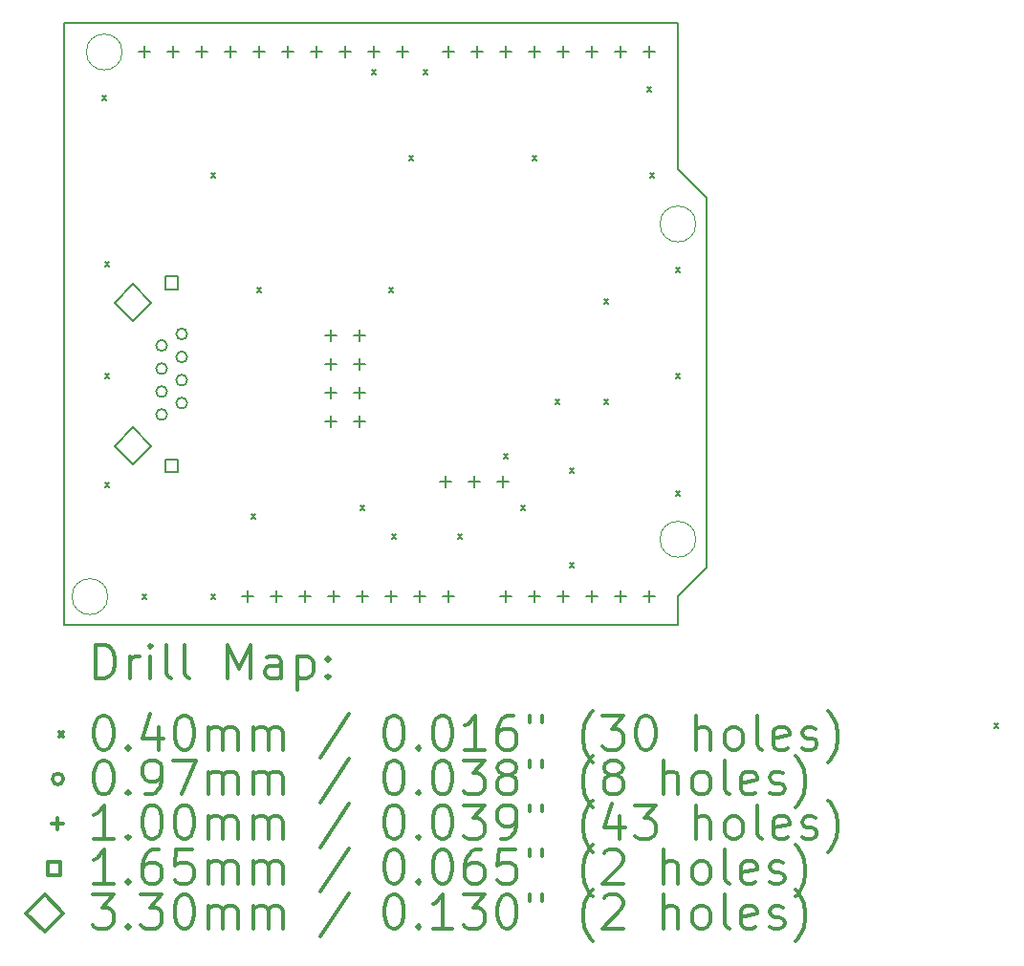
<source format=gbr>
%FSLAX45Y45*%
G04 Gerber Fmt 4.5, Leading zero omitted, Abs format (unit mm)*
G04 Created by KiCad (PCBNEW (5.1.6-0-10_14)) date 2022-12-11 12:23:31*
%MOMM*%
%LPD*%
G01*
G04 APERTURE LIST*
%TA.AperFunction,Profile*%
%ADD10C,0.050000*%
%TD*%
%TA.AperFunction,Profile*%
%ADD11C,0.127000*%
%TD*%
%ADD12C,0.200000*%
%ADD13C,0.300000*%
G04 APERTURE END LIST*
D10*
X11842750Y-10160000D02*
G75*
G03*
X11842750Y-10160000I-158750J0D01*
G01*
X16922750Y-14478000D02*
G75*
G03*
X16922750Y-14478000I-158750J0D01*
G01*
X11715750Y-14986000D02*
G75*
G03*
X11715750Y-14986000I-158750J0D01*
G01*
X16922750Y-11684000D02*
G75*
G03*
X16922750Y-11684000I-158750J0D01*
G01*
D11*
X16764000Y-15240000D02*
X16764000Y-14986000D01*
X17018000Y-14732000D02*
X16764000Y-14986000D01*
X17018000Y-14732000D02*
X17018000Y-11455400D01*
X16764000Y-11201400D02*
X17018000Y-11455400D01*
X16764000Y-11201400D02*
X16764000Y-9906000D01*
X11328400Y-9906000D02*
X16764000Y-9906000D01*
X11328400Y-15240000D02*
X16764000Y-15240000D01*
X11328400Y-15240000D02*
X11328400Y-9906000D01*
D12*
X11664000Y-10546400D02*
X11704000Y-10586400D01*
X11704000Y-10546400D02*
X11664000Y-10586400D01*
X11689400Y-12019600D02*
X11729400Y-12059600D01*
X11729400Y-12019600D02*
X11689400Y-12059600D01*
X11689400Y-13010200D02*
X11729400Y-13050200D01*
X11729400Y-13010200D02*
X11689400Y-13050200D01*
X11689400Y-13975400D02*
X11729400Y-14015400D01*
X11729400Y-13975400D02*
X11689400Y-14015400D01*
X12019600Y-14966000D02*
X12059600Y-15006000D01*
X12059600Y-14966000D02*
X12019600Y-15006000D01*
X12629200Y-11232200D02*
X12669200Y-11272200D01*
X12669200Y-11232200D02*
X12629200Y-11272200D01*
X12629200Y-14966000D02*
X12669200Y-15006000D01*
X12669200Y-14966000D02*
X12629200Y-15006000D01*
X12984800Y-14254800D02*
X13024800Y-14294800D01*
X13024800Y-14254800D02*
X12984800Y-14294800D01*
X13035600Y-12248200D02*
X13075600Y-12288200D01*
X13075600Y-12248200D02*
X13035600Y-12288200D01*
X13950000Y-14178600D02*
X13990000Y-14218600D01*
X13990000Y-14178600D02*
X13950000Y-14218600D01*
X14051600Y-10317800D02*
X14091600Y-10357800D01*
X14091600Y-10317800D02*
X14051600Y-10357800D01*
X14204000Y-12248200D02*
X14244000Y-12288200D01*
X14244000Y-12248200D02*
X14204000Y-12288200D01*
X14229400Y-14432600D02*
X14269400Y-14472600D01*
X14269400Y-14432600D02*
X14229400Y-14472600D01*
X14381800Y-11079800D02*
X14421800Y-11119800D01*
X14421800Y-11079800D02*
X14381800Y-11119800D01*
X14508800Y-10317800D02*
X14548800Y-10357800D01*
X14548800Y-10317800D02*
X14508800Y-10357800D01*
X14813600Y-14432600D02*
X14853600Y-14472600D01*
X14853600Y-14432600D02*
X14813600Y-14472600D01*
X15220000Y-13721400D02*
X15260000Y-13761400D01*
X15260000Y-13721400D02*
X15220000Y-13761400D01*
X15372400Y-14178600D02*
X15412400Y-14218600D01*
X15412400Y-14178600D02*
X15372400Y-14218600D01*
X15474000Y-11079800D02*
X15514000Y-11119800D01*
X15514000Y-11079800D02*
X15474000Y-11119800D01*
X15677200Y-13238800D02*
X15717200Y-13278800D01*
X15717200Y-13238800D02*
X15677200Y-13278800D01*
X15804200Y-13848400D02*
X15844200Y-13888400D01*
X15844200Y-13848400D02*
X15804200Y-13888400D01*
X15804200Y-14686600D02*
X15844200Y-14726600D01*
X15844200Y-14686600D02*
X15804200Y-14726600D01*
X16109000Y-12349800D02*
X16149000Y-12389800D01*
X16149000Y-12349800D02*
X16109000Y-12389800D01*
X16109000Y-13238800D02*
X16149000Y-13278800D01*
X16149000Y-13238800D02*
X16109000Y-13278800D01*
X16490000Y-10470200D02*
X16530000Y-10510200D01*
X16530000Y-10470200D02*
X16490000Y-10510200D01*
X16515400Y-11232200D02*
X16555400Y-11272200D01*
X16555400Y-11232200D02*
X16515400Y-11272200D01*
X16744000Y-12070400D02*
X16784000Y-12110400D01*
X16784000Y-12070400D02*
X16744000Y-12110400D01*
X16744000Y-13010200D02*
X16784000Y-13050200D01*
X16784000Y-13010200D02*
X16744000Y-13050200D01*
X16744000Y-14051600D02*
X16784000Y-14091600D01*
X16784000Y-14051600D02*
X16744000Y-14091600D01*
X19563400Y-16109000D02*
X19603400Y-16149000D01*
X19603400Y-16109000D02*
X19563400Y-16149000D01*
X12240500Y-12761100D02*
G75*
G03*
X12240500Y-12761100I-48500J0D01*
G01*
X12240500Y-12965100D02*
G75*
G03*
X12240500Y-12965100I-48500J0D01*
G01*
X12240500Y-13169100D02*
G75*
G03*
X12240500Y-13169100I-48500J0D01*
G01*
X12240500Y-13373100D02*
G75*
G03*
X12240500Y-13373100I-48500J0D01*
G01*
X12418500Y-12659100D02*
G75*
G03*
X12418500Y-12659100I-48500J0D01*
G01*
X12418500Y-12863100D02*
G75*
G03*
X12418500Y-12863100I-48500J0D01*
G01*
X12418500Y-13067100D02*
G75*
G03*
X12418500Y-13067100I-48500J0D01*
G01*
X12418500Y-13271100D02*
G75*
G03*
X12418500Y-13271100I-48500J0D01*
G01*
X12039600Y-10110000D02*
X12039600Y-10210000D01*
X11989600Y-10160000D02*
X12089600Y-10160000D01*
X12293600Y-10110000D02*
X12293600Y-10210000D01*
X12243600Y-10160000D02*
X12343600Y-10160000D01*
X12547600Y-10110000D02*
X12547600Y-10210000D01*
X12497600Y-10160000D02*
X12597600Y-10160000D01*
X12801600Y-10110000D02*
X12801600Y-10210000D01*
X12751600Y-10160000D02*
X12851600Y-10160000D01*
X13055600Y-10110000D02*
X13055600Y-10210000D01*
X13005600Y-10160000D02*
X13105600Y-10160000D01*
X13309600Y-10110000D02*
X13309600Y-10210000D01*
X13259600Y-10160000D02*
X13359600Y-10160000D01*
X13563600Y-10110000D02*
X13563600Y-10210000D01*
X13513600Y-10160000D02*
X13613600Y-10160000D01*
X13817600Y-10110000D02*
X13817600Y-10210000D01*
X13767600Y-10160000D02*
X13867600Y-10160000D01*
X14071600Y-10110000D02*
X14071600Y-10210000D01*
X14021600Y-10160000D02*
X14121600Y-10160000D01*
X14325600Y-10110000D02*
X14325600Y-10210000D01*
X14275600Y-10160000D02*
X14375600Y-10160000D01*
X13690600Y-12624600D02*
X13690600Y-12724600D01*
X13640600Y-12674600D02*
X13740600Y-12674600D01*
X13690600Y-12878600D02*
X13690600Y-12978600D01*
X13640600Y-12928600D02*
X13740600Y-12928600D01*
X13690600Y-13132600D02*
X13690600Y-13232600D01*
X13640600Y-13182600D02*
X13740600Y-13182600D01*
X13690600Y-13386600D02*
X13690600Y-13486600D01*
X13640600Y-13436600D02*
X13740600Y-13436600D01*
X13944600Y-12624600D02*
X13944600Y-12724600D01*
X13894600Y-12674600D02*
X13994600Y-12674600D01*
X13944600Y-12878600D02*
X13944600Y-12978600D01*
X13894600Y-12928600D02*
X13994600Y-12928600D01*
X13944600Y-13132600D02*
X13944600Y-13232600D01*
X13894600Y-13182600D02*
X13994600Y-13182600D01*
X13944600Y-13386600D02*
X13944600Y-13486600D01*
X13894600Y-13436600D02*
X13994600Y-13436600D01*
X15240000Y-14936000D02*
X15240000Y-15036000D01*
X15190000Y-14986000D02*
X15290000Y-14986000D01*
X15494000Y-14936000D02*
X15494000Y-15036000D01*
X15444000Y-14986000D02*
X15544000Y-14986000D01*
X15748000Y-14936000D02*
X15748000Y-15036000D01*
X15698000Y-14986000D02*
X15798000Y-14986000D01*
X16002000Y-14936000D02*
X16002000Y-15036000D01*
X15952000Y-14986000D02*
X16052000Y-14986000D01*
X16256000Y-14936000D02*
X16256000Y-15036000D01*
X16206000Y-14986000D02*
X16306000Y-14986000D01*
X16510000Y-14936000D02*
X16510000Y-15036000D01*
X16460000Y-14986000D02*
X16560000Y-14986000D01*
X14706600Y-13920000D02*
X14706600Y-14020000D01*
X14656600Y-13970000D02*
X14756600Y-13970000D01*
X14960600Y-13920000D02*
X14960600Y-14020000D01*
X14910600Y-13970000D02*
X15010600Y-13970000D01*
X15214600Y-13920000D02*
X15214600Y-14020000D01*
X15164600Y-13970000D02*
X15264600Y-13970000D01*
X12954000Y-14936000D02*
X12954000Y-15036000D01*
X12904000Y-14986000D02*
X13004000Y-14986000D01*
X13208000Y-14936000D02*
X13208000Y-15036000D01*
X13158000Y-14986000D02*
X13258000Y-14986000D01*
X13462000Y-14936000D02*
X13462000Y-15036000D01*
X13412000Y-14986000D02*
X13512000Y-14986000D01*
X13716000Y-14936000D02*
X13716000Y-15036000D01*
X13666000Y-14986000D02*
X13766000Y-14986000D01*
X13970000Y-14936000D02*
X13970000Y-15036000D01*
X13920000Y-14986000D02*
X14020000Y-14986000D01*
X14224000Y-14936000D02*
X14224000Y-15036000D01*
X14174000Y-14986000D02*
X14274000Y-14986000D01*
X14478000Y-14936000D02*
X14478000Y-15036000D01*
X14428000Y-14986000D02*
X14528000Y-14986000D01*
X14732000Y-14936000D02*
X14732000Y-15036000D01*
X14682000Y-14986000D02*
X14782000Y-14986000D01*
X14732000Y-10110000D02*
X14732000Y-10210000D01*
X14682000Y-10160000D02*
X14782000Y-10160000D01*
X14986000Y-10110000D02*
X14986000Y-10210000D01*
X14936000Y-10160000D02*
X15036000Y-10160000D01*
X15240000Y-10110000D02*
X15240000Y-10210000D01*
X15190000Y-10160000D02*
X15290000Y-10160000D01*
X15494000Y-10110000D02*
X15494000Y-10210000D01*
X15444000Y-10160000D02*
X15544000Y-10160000D01*
X15748000Y-10110000D02*
X15748000Y-10210000D01*
X15698000Y-10160000D02*
X15798000Y-10160000D01*
X16002000Y-10110000D02*
X16002000Y-10210000D01*
X15952000Y-10160000D02*
X16052000Y-10160000D01*
X16256000Y-10110000D02*
X16256000Y-10210000D01*
X16206000Y-10160000D02*
X16306000Y-10160000D01*
X16510000Y-10110000D02*
X16510000Y-10210000D01*
X16460000Y-10160000D02*
X16560000Y-10160000D01*
X12339337Y-12265437D02*
X12339337Y-12148763D01*
X12222663Y-12148763D01*
X12222663Y-12265437D01*
X12339337Y-12265437D01*
X12339337Y-13885437D02*
X12339337Y-13768763D01*
X12222663Y-13768763D01*
X12222663Y-13885437D01*
X12339337Y-13885437D01*
X11938000Y-12547100D02*
X12103000Y-12382100D01*
X11938000Y-12217100D01*
X11773000Y-12382100D01*
X11938000Y-12547100D01*
X11938000Y-13817100D02*
X12103000Y-13652100D01*
X11938000Y-13487100D01*
X11773000Y-13652100D01*
X11938000Y-13817100D01*
D13*
X11608478Y-15712064D02*
X11608478Y-15412064D01*
X11679907Y-15412064D01*
X11722764Y-15426350D01*
X11751336Y-15454921D01*
X11765621Y-15483493D01*
X11779907Y-15540636D01*
X11779907Y-15583493D01*
X11765621Y-15640636D01*
X11751336Y-15669207D01*
X11722764Y-15697779D01*
X11679907Y-15712064D01*
X11608478Y-15712064D01*
X11908478Y-15712064D02*
X11908478Y-15512064D01*
X11908478Y-15569207D02*
X11922764Y-15540636D01*
X11937050Y-15526350D01*
X11965621Y-15512064D01*
X11994193Y-15512064D01*
X12094193Y-15712064D02*
X12094193Y-15512064D01*
X12094193Y-15412064D02*
X12079907Y-15426350D01*
X12094193Y-15440636D01*
X12108478Y-15426350D01*
X12094193Y-15412064D01*
X12094193Y-15440636D01*
X12279907Y-15712064D02*
X12251336Y-15697779D01*
X12237050Y-15669207D01*
X12237050Y-15412064D01*
X12437050Y-15712064D02*
X12408478Y-15697779D01*
X12394193Y-15669207D01*
X12394193Y-15412064D01*
X12779907Y-15712064D02*
X12779907Y-15412064D01*
X12879907Y-15626350D01*
X12979907Y-15412064D01*
X12979907Y-15712064D01*
X13251336Y-15712064D02*
X13251336Y-15554921D01*
X13237050Y-15526350D01*
X13208478Y-15512064D01*
X13151336Y-15512064D01*
X13122764Y-15526350D01*
X13251336Y-15697779D02*
X13222764Y-15712064D01*
X13151336Y-15712064D01*
X13122764Y-15697779D01*
X13108478Y-15669207D01*
X13108478Y-15640636D01*
X13122764Y-15612064D01*
X13151336Y-15597779D01*
X13222764Y-15597779D01*
X13251336Y-15583493D01*
X13394193Y-15512064D02*
X13394193Y-15812064D01*
X13394193Y-15526350D02*
X13422764Y-15512064D01*
X13479907Y-15512064D01*
X13508478Y-15526350D01*
X13522764Y-15540636D01*
X13537050Y-15569207D01*
X13537050Y-15654921D01*
X13522764Y-15683493D01*
X13508478Y-15697779D01*
X13479907Y-15712064D01*
X13422764Y-15712064D01*
X13394193Y-15697779D01*
X13665621Y-15683493D02*
X13679907Y-15697779D01*
X13665621Y-15712064D01*
X13651336Y-15697779D01*
X13665621Y-15683493D01*
X13665621Y-15712064D01*
X13665621Y-15526350D02*
X13679907Y-15540636D01*
X13665621Y-15554921D01*
X13651336Y-15540636D01*
X13665621Y-15526350D01*
X13665621Y-15554921D01*
X11282050Y-16186350D02*
X11322050Y-16226350D01*
X11322050Y-16186350D02*
X11282050Y-16226350D01*
X11665621Y-16042064D02*
X11694193Y-16042064D01*
X11722764Y-16056350D01*
X11737050Y-16070636D01*
X11751336Y-16099207D01*
X11765621Y-16156350D01*
X11765621Y-16227779D01*
X11751336Y-16284921D01*
X11737050Y-16313493D01*
X11722764Y-16327779D01*
X11694193Y-16342064D01*
X11665621Y-16342064D01*
X11637050Y-16327779D01*
X11622764Y-16313493D01*
X11608478Y-16284921D01*
X11594193Y-16227779D01*
X11594193Y-16156350D01*
X11608478Y-16099207D01*
X11622764Y-16070636D01*
X11637050Y-16056350D01*
X11665621Y-16042064D01*
X11894193Y-16313493D02*
X11908478Y-16327779D01*
X11894193Y-16342064D01*
X11879907Y-16327779D01*
X11894193Y-16313493D01*
X11894193Y-16342064D01*
X12165621Y-16142064D02*
X12165621Y-16342064D01*
X12094193Y-16027779D02*
X12022764Y-16242064D01*
X12208478Y-16242064D01*
X12379907Y-16042064D02*
X12408478Y-16042064D01*
X12437050Y-16056350D01*
X12451336Y-16070636D01*
X12465621Y-16099207D01*
X12479907Y-16156350D01*
X12479907Y-16227779D01*
X12465621Y-16284921D01*
X12451336Y-16313493D01*
X12437050Y-16327779D01*
X12408478Y-16342064D01*
X12379907Y-16342064D01*
X12351336Y-16327779D01*
X12337050Y-16313493D01*
X12322764Y-16284921D01*
X12308478Y-16227779D01*
X12308478Y-16156350D01*
X12322764Y-16099207D01*
X12337050Y-16070636D01*
X12351336Y-16056350D01*
X12379907Y-16042064D01*
X12608478Y-16342064D02*
X12608478Y-16142064D01*
X12608478Y-16170636D02*
X12622764Y-16156350D01*
X12651336Y-16142064D01*
X12694193Y-16142064D01*
X12722764Y-16156350D01*
X12737050Y-16184921D01*
X12737050Y-16342064D01*
X12737050Y-16184921D02*
X12751336Y-16156350D01*
X12779907Y-16142064D01*
X12822764Y-16142064D01*
X12851336Y-16156350D01*
X12865621Y-16184921D01*
X12865621Y-16342064D01*
X13008478Y-16342064D02*
X13008478Y-16142064D01*
X13008478Y-16170636D02*
X13022764Y-16156350D01*
X13051336Y-16142064D01*
X13094193Y-16142064D01*
X13122764Y-16156350D01*
X13137050Y-16184921D01*
X13137050Y-16342064D01*
X13137050Y-16184921D02*
X13151336Y-16156350D01*
X13179907Y-16142064D01*
X13222764Y-16142064D01*
X13251336Y-16156350D01*
X13265621Y-16184921D01*
X13265621Y-16342064D01*
X13851336Y-16027779D02*
X13594193Y-16413493D01*
X14237050Y-16042064D02*
X14265621Y-16042064D01*
X14294193Y-16056350D01*
X14308478Y-16070636D01*
X14322764Y-16099207D01*
X14337050Y-16156350D01*
X14337050Y-16227779D01*
X14322764Y-16284921D01*
X14308478Y-16313493D01*
X14294193Y-16327779D01*
X14265621Y-16342064D01*
X14237050Y-16342064D01*
X14208478Y-16327779D01*
X14194193Y-16313493D01*
X14179907Y-16284921D01*
X14165621Y-16227779D01*
X14165621Y-16156350D01*
X14179907Y-16099207D01*
X14194193Y-16070636D01*
X14208478Y-16056350D01*
X14237050Y-16042064D01*
X14465621Y-16313493D02*
X14479907Y-16327779D01*
X14465621Y-16342064D01*
X14451336Y-16327779D01*
X14465621Y-16313493D01*
X14465621Y-16342064D01*
X14665621Y-16042064D02*
X14694193Y-16042064D01*
X14722764Y-16056350D01*
X14737050Y-16070636D01*
X14751336Y-16099207D01*
X14765621Y-16156350D01*
X14765621Y-16227779D01*
X14751336Y-16284921D01*
X14737050Y-16313493D01*
X14722764Y-16327779D01*
X14694193Y-16342064D01*
X14665621Y-16342064D01*
X14637050Y-16327779D01*
X14622764Y-16313493D01*
X14608478Y-16284921D01*
X14594193Y-16227779D01*
X14594193Y-16156350D01*
X14608478Y-16099207D01*
X14622764Y-16070636D01*
X14637050Y-16056350D01*
X14665621Y-16042064D01*
X15051336Y-16342064D02*
X14879907Y-16342064D01*
X14965621Y-16342064D02*
X14965621Y-16042064D01*
X14937050Y-16084921D01*
X14908478Y-16113493D01*
X14879907Y-16127779D01*
X15308478Y-16042064D02*
X15251336Y-16042064D01*
X15222764Y-16056350D01*
X15208478Y-16070636D01*
X15179907Y-16113493D01*
X15165621Y-16170636D01*
X15165621Y-16284921D01*
X15179907Y-16313493D01*
X15194193Y-16327779D01*
X15222764Y-16342064D01*
X15279907Y-16342064D01*
X15308478Y-16327779D01*
X15322764Y-16313493D01*
X15337050Y-16284921D01*
X15337050Y-16213493D01*
X15322764Y-16184921D01*
X15308478Y-16170636D01*
X15279907Y-16156350D01*
X15222764Y-16156350D01*
X15194193Y-16170636D01*
X15179907Y-16184921D01*
X15165621Y-16213493D01*
X15451336Y-16042064D02*
X15451336Y-16099207D01*
X15565621Y-16042064D02*
X15565621Y-16099207D01*
X16008478Y-16456350D02*
X15994193Y-16442064D01*
X15965621Y-16399207D01*
X15951336Y-16370636D01*
X15937050Y-16327779D01*
X15922764Y-16256350D01*
X15922764Y-16199207D01*
X15937050Y-16127779D01*
X15951336Y-16084921D01*
X15965621Y-16056350D01*
X15994193Y-16013493D01*
X16008478Y-15999207D01*
X16094193Y-16042064D02*
X16279907Y-16042064D01*
X16179907Y-16156350D01*
X16222764Y-16156350D01*
X16251336Y-16170636D01*
X16265621Y-16184921D01*
X16279907Y-16213493D01*
X16279907Y-16284921D01*
X16265621Y-16313493D01*
X16251336Y-16327779D01*
X16222764Y-16342064D01*
X16137050Y-16342064D01*
X16108478Y-16327779D01*
X16094193Y-16313493D01*
X16465621Y-16042064D02*
X16494193Y-16042064D01*
X16522764Y-16056350D01*
X16537050Y-16070636D01*
X16551336Y-16099207D01*
X16565621Y-16156350D01*
X16565621Y-16227779D01*
X16551336Y-16284921D01*
X16537050Y-16313493D01*
X16522764Y-16327779D01*
X16494193Y-16342064D01*
X16465621Y-16342064D01*
X16437050Y-16327779D01*
X16422764Y-16313493D01*
X16408478Y-16284921D01*
X16394193Y-16227779D01*
X16394193Y-16156350D01*
X16408478Y-16099207D01*
X16422764Y-16070636D01*
X16437050Y-16056350D01*
X16465621Y-16042064D01*
X16922764Y-16342064D02*
X16922764Y-16042064D01*
X17051336Y-16342064D02*
X17051336Y-16184921D01*
X17037050Y-16156350D01*
X17008478Y-16142064D01*
X16965621Y-16142064D01*
X16937050Y-16156350D01*
X16922764Y-16170636D01*
X17237050Y-16342064D02*
X17208478Y-16327779D01*
X17194193Y-16313493D01*
X17179907Y-16284921D01*
X17179907Y-16199207D01*
X17194193Y-16170636D01*
X17208478Y-16156350D01*
X17237050Y-16142064D01*
X17279907Y-16142064D01*
X17308478Y-16156350D01*
X17322764Y-16170636D01*
X17337050Y-16199207D01*
X17337050Y-16284921D01*
X17322764Y-16313493D01*
X17308478Y-16327779D01*
X17279907Y-16342064D01*
X17237050Y-16342064D01*
X17508478Y-16342064D02*
X17479907Y-16327779D01*
X17465621Y-16299207D01*
X17465621Y-16042064D01*
X17737050Y-16327779D02*
X17708478Y-16342064D01*
X17651336Y-16342064D01*
X17622764Y-16327779D01*
X17608478Y-16299207D01*
X17608478Y-16184921D01*
X17622764Y-16156350D01*
X17651336Y-16142064D01*
X17708478Y-16142064D01*
X17737050Y-16156350D01*
X17751336Y-16184921D01*
X17751336Y-16213493D01*
X17608478Y-16242064D01*
X17865621Y-16327779D02*
X17894193Y-16342064D01*
X17951336Y-16342064D01*
X17979907Y-16327779D01*
X17994193Y-16299207D01*
X17994193Y-16284921D01*
X17979907Y-16256350D01*
X17951336Y-16242064D01*
X17908478Y-16242064D01*
X17879907Y-16227779D01*
X17865621Y-16199207D01*
X17865621Y-16184921D01*
X17879907Y-16156350D01*
X17908478Y-16142064D01*
X17951336Y-16142064D01*
X17979907Y-16156350D01*
X18094193Y-16456350D02*
X18108478Y-16442064D01*
X18137050Y-16399207D01*
X18151336Y-16370636D01*
X18165621Y-16327779D01*
X18179907Y-16256350D01*
X18179907Y-16199207D01*
X18165621Y-16127779D01*
X18151336Y-16084921D01*
X18137050Y-16056350D01*
X18108478Y-16013493D01*
X18094193Y-15999207D01*
X11322050Y-16602350D02*
G75*
G03*
X11322050Y-16602350I-48500J0D01*
G01*
X11665621Y-16438064D02*
X11694193Y-16438064D01*
X11722764Y-16452350D01*
X11737050Y-16466636D01*
X11751336Y-16495207D01*
X11765621Y-16552350D01*
X11765621Y-16623779D01*
X11751336Y-16680921D01*
X11737050Y-16709493D01*
X11722764Y-16723779D01*
X11694193Y-16738064D01*
X11665621Y-16738064D01*
X11637050Y-16723779D01*
X11622764Y-16709493D01*
X11608478Y-16680921D01*
X11594193Y-16623779D01*
X11594193Y-16552350D01*
X11608478Y-16495207D01*
X11622764Y-16466636D01*
X11637050Y-16452350D01*
X11665621Y-16438064D01*
X11894193Y-16709493D02*
X11908478Y-16723779D01*
X11894193Y-16738064D01*
X11879907Y-16723779D01*
X11894193Y-16709493D01*
X11894193Y-16738064D01*
X12051336Y-16738064D02*
X12108478Y-16738064D01*
X12137050Y-16723779D01*
X12151336Y-16709493D01*
X12179907Y-16666636D01*
X12194193Y-16609493D01*
X12194193Y-16495207D01*
X12179907Y-16466636D01*
X12165621Y-16452350D01*
X12137050Y-16438064D01*
X12079907Y-16438064D01*
X12051336Y-16452350D01*
X12037050Y-16466636D01*
X12022764Y-16495207D01*
X12022764Y-16566636D01*
X12037050Y-16595207D01*
X12051336Y-16609493D01*
X12079907Y-16623779D01*
X12137050Y-16623779D01*
X12165621Y-16609493D01*
X12179907Y-16595207D01*
X12194193Y-16566636D01*
X12294193Y-16438064D02*
X12494193Y-16438064D01*
X12365621Y-16738064D01*
X12608478Y-16738064D02*
X12608478Y-16538064D01*
X12608478Y-16566636D02*
X12622764Y-16552350D01*
X12651336Y-16538064D01*
X12694193Y-16538064D01*
X12722764Y-16552350D01*
X12737050Y-16580921D01*
X12737050Y-16738064D01*
X12737050Y-16580921D02*
X12751336Y-16552350D01*
X12779907Y-16538064D01*
X12822764Y-16538064D01*
X12851336Y-16552350D01*
X12865621Y-16580921D01*
X12865621Y-16738064D01*
X13008478Y-16738064D02*
X13008478Y-16538064D01*
X13008478Y-16566636D02*
X13022764Y-16552350D01*
X13051336Y-16538064D01*
X13094193Y-16538064D01*
X13122764Y-16552350D01*
X13137050Y-16580921D01*
X13137050Y-16738064D01*
X13137050Y-16580921D02*
X13151336Y-16552350D01*
X13179907Y-16538064D01*
X13222764Y-16538064D01*
X13251336Y-16552350D01*
X13265621Y-16580921D01*
X13265621Y-16738064D01*
X13851336Y-16423779D02*
X13594193Y-16809493D01*
X14237050Y-16438064D02*
X14265621Y-16438064D01*
X14294193Y-16452350D01*
X14308478Y-16466636D01*
X14322764Y-16495207D01*
X14337050Y-16552350D01*
X14337050Y-16623779D01*
X14322764Y-16680921D01*
X14308478Y-16709493D01*
X14294193Y-16723779D01*
X14265621Y-16738064D01*
X14237050Y-16738064D01*
X14208478Y-16723779D01*
X14194193Y-16709493D01*
X14179907Y-16680921D01*
X14165621Y-16623779D01*
X14165621Y-16552350D01*
X14179907Y-16495207D01*
X14194193Y-16466636D01*
X14208478Y-16452350D01*
X14237050Y-16438064D01*
X14465621Y-16709493D02*
X14479907Y-16723779D01*
X14465621Y-16738064D01*
X14451336Y-16723779D01*
X14465621Y-16709493D01*
X14465621Y-16738064D01*
X14665621Y-16438064D02*
X14694193Y-16438064D01*
X14722764Y-16452350D01*
X14737050Y-16466636D01*
X14751336Y-16495207D01*
X14765621Y-16552350D01*
X14765621Y-16623779D01*
X14751336Y-16680921D01*
X14737050Y-16709493D01*
X14722764Y-16723779D01*
X14694193Y-16738064D01*
X14665621Y-16738064D01*
X14637050Y-16723779D01*
X14622764Y-16709493D01*
X14608478Y-16680921D01*
X14594193Y-16623779D01*
X14594193Y-16552350D01*
X14608478Y-16495207D01*
X14622764Y-16466636D01*
X14637050Y-16452350D01*
X14665621Y-16438064D01*
X14865621Y-16438064D02*
X15051336Y-16438064D01*
X14951336Y-16552350D01*
X14994193Y-16552350D01*
X15022764Y-16566636D01*
X15037050Y-16580921D01*
X15051336Y-16609493D01*
X15051336Y-16680921D01*
X15037050Y-16709493D01*
X15022764Y-16723779D01*
X14994193Y-16738064D01*
X14908478Y-16738064D01*
X14879907Y-16723779D01*
X14865621Y-16709493D01*
X15222764Y-16566636D02*
X15194193Y-16552350D01*
X15179907Y-16538064D01*
X15165621Y-16509493D01*
X15165621Y-16495207D01*
X15179907Y-16466636D01*
X15194193Y-16452350D01*
X15222764Y-16438064D01*
X15279907Y-16438064D01*
X15308478Y-16452350D01*
X15322764Y-16466636D01*
X15337050Y-16495207D01*
X15337050Y-16509493D01*
X15322764Y-16538064D01*
X15308478Y-16552350D01*
X15279907Y-16566636D01*
X15222764Y-16566636D01*
X15194193Y-16580921D01*
X15179907Y-16595207D01*
X15165621Y-16623779D01*
X15165621Y-16680921D01*
X15179907Y-16709493D01*
X15194193Y-16723779D01*
X15222764Y-16738064D01*
X15279907Y-16738064D01*
X15308478Y-16723779D01*
X15322764Y-16709493D01*
X15337050Y-16680921D01*
X15337050Y-16623779D01*
X15322764Y-16595207D01*
X15308478Y-16580921D01*
X15279907Y-16566636D01*
X15451336Y-16438064D02*
X15451336Y-16495207D01*
X15565621Y-16438064D02*
X15565621Y-16495207D01*
X16008478Y-16852350D02*
X15994193Y-16838064D01*
X15965621Y-16795207D01*
X15951336Y-16766636D01*
X15937050Y-16723779D01*
X15922764Y-16652350D01*
X15922764Y-16595207D01*
X15937050Y-16523779D01*
X15951336Y-16480921D01*
X15965621Y-16452350D01*
X15994193Y-16409493D01*
X16008478Y-16395207D01*
X16165621Y-16566636D02*
X16137050Y-16552350D01*
X16122764Y-16538064D01*
X16108478Y-16509493D01*
X16108478Y-16495207D01*
X16122764Y-16466636D01*
X16137050Y-16452350D01*
X16165621Y-16438064D01*
X16222764Y-16438064D01*
X16251336Y-16452350D01*
X16265621Y-16466636D01*
X16279907Y-16495207D01*
X16279907Y-16509493D01*
X16265621Y-16538064D01*
X16251336Y-16552350D01*
X16222764Y-16566636D01*
X16165621Y-16566636D01*
X16137050Y-16580921D01*
X16122764Y-16595207D01*
X16108478Y-16623779D01*
X16108478Y-16680921D01*
X16122764Y-16709493D01*
X16137050Y-16723779D01*
X16165621Y-16738064D01*
X16222764Y-16738064D01*
X16251336Y-16723779D01*
X16265621Y-16709493D01*
X16279907Y-16680921D01*
X16279907Y-16623779D01*
X16265621Y-16595207D01*
X16251336Y-16580921D01*
X16222764Y-16566636D01*
X16637050Y-16738064D02*
X16637050Y-16438064D01*
X16765621Y-16738064D02*
X16765621Y-16580921D01*
X16751336Y-16552350D01*
X16722764Y-16538064D01*
X16679907Y-16538064D01*
X16651336Y-16552350D01*
X16637050Y-16566636D01*
X16951336Y-16738064D02*
X16922764Y-16723779D01*
X16908478Y-16709493D01*
X16894193Y-16680921D01*
X16894193Y-16595207D01*
X16908478Y-16566636D01*
X16922764Y-16552350D01*
X16951336Y-16538064D01*
X16994193Y-16538064D01*
X17022764Y-16552350D01*
X17037050Y-16566636D01*
X17051336Y-16595207D01*
X17051336Y-16680921D01*
X17037050Y-16709493D01*
X17022764Y-16723779D01*
X16994193Y-16738064D01*
X16951336Y-16738064D01*
X17222764Y-16738064D02*
X17194193Y-16723779D01*
X17179907Y-16695207D01*
X17179907Y-16438064D01*
X17451336Y-16723779D02*
X17422764Y-16738064D01*
X17365621Y-16738064D01*
X17337050Y-16723779D01*
X17322764Y-16695207D01*
X17322764Y-16580921D01*
X17337050Y-16552350D01*
X17365621Y-16538064D01*
X17422764Y-16538064D01*
X17451336Y-16552350D01*
X17465621Y-16580921D01*
X17465621Y-16609493D01*
X17322764Y-16638064D01*
X17579907Y-16723779D02*
X17608478Y-16738064D01*
X17665621Y-16738064D01*
X17694193Y-16723779D01*
X17708478Y-16695207D01*
X17708478Y-16680921D01*
X17694193Y-16652350D01*
X17665621Y-16638064D01*
X17622764Y-16638064D01*
X17594193Y-16623779D01*
X17579907Y-16595207D01*
X17579907Y-16580921D01*
X17594193Y-16552350D01*
X17622764Y-16538064D01*
X17665621Y-16538064D01*
X17694193Y-16552350D01*
X17808478Y-16852350D02*
X17822764Y-16838064D01*
X17851336Y-16795207D01*
X17865621Y-16766636D01*
X17879907Y-16723779D01*
X17894193Y-16652350D01*
X17894193Y-16595207D01*
X17879907Y-16523779D01*
X17865621Y-16480921D01*
X17851336Y-16452350D01*
X17822764Y-16409493D01*
X17808478Y-16395207D01*
X11272050Y-16948350D02*
X11272050Y-17048350D01*
X11222050Y-16998350D02*
X11322050Y-16998350D01*
X11765621Y-17134064D02*
X11594193Y-17134064D01*
X11679907Y-17134064D02*
X11679907Y-16834064D01*
X11651336Y-16876922D01*
X11622764Y-16905493D01*
X11594193Y-16919779D01*
X11894193Y-17105493D02*
X11908478Y-17119779D01*
X11894193Y-17134064D01*
X11879907Y-17119779D01*
X11894193Y-17105493D01*
X11894193Y-17134064D01*
X12094193Y-16834064D02*
X12122764Y-16834064D01*
X12151336Y-16848350D01*
X12165621Y-16862636D01*
X12179907Y-16891207D01*
X12194193Y-16948350D01*
X12194193Y-17019779D01*
X12179907Y-17076922D01*
X12165621Y-17105493D01*
X12151336Y-17119779D01*
X12122764Y-17134064D01*
X12094193Y-17134064D01*
X12065621Y-17119779D01*
X12051336Y-17105493D01*
X12037050Y-17076922D01*
X12022764Y-17019779D01*
X12022764Y-16948350D01*
X12037050Y-16891207D01*
X12051336Y-16862636D01*
X12065621Y-16848350D01*
X12094193Y-16834064D01*
X12379907Y-16834064D02*
X12408478Y-16834064D01*
X12437050Y-16848350D01*
X12451336Y-16862636D01*
X12465621Y-16891207D01*
X12479907Y-16948350D01*
X12479907Y-17019779D01*
X12465621Y-17076922D01*
X12451336Y-17105493D01*
X12437050Y-17119779D01*
X12408478Y-17134064D01*
X12379907Y-17134064D01*
X12351336Y-17119779D01*
X12337050Y-17105493D01*
X12322764Y-17076922D01*
X12308478Y-17019779D01*
X12308478Y-16948350D01*
X12322764Y-16891207D01*
X12337050Y-16862636D01*
X12351336Y-16848350D01*
X12379907Y-16834064D01*
X12608478Y-17134064D02*
X12608478Y-16934064D01*
X12608478Y-16962636D02*
X12622764Y-16948350D01*
X12651336Y-16934064D01*
X12694193Y-16934064D01*
X12722764Y-16948350D01*
X12737050Y-16976922D01*
X12737050Y-17134064D01*
X12737050Y-16976922D02*
X12751336Y-16948350D01*
X12779907Y-16934064D01*
X12822764Y-16934064D01*
X12851336Y-16948350D01*
X12865621Y-16976922D01*
X12865621Y-17134064D01*
X13008478Y-17134064D02*
X13008478Y-16934064D01*
X13008478Y-16962636D02*
X13022764Y-16948350D01*
X13051336Y-16934064D01*
X13094193Y-16934064D01*
X13122764Y-16948350D01*
X13137050Y-16976922D01*
X13137050Y-17134064D01*
X13137050Y-16976922D02*
X13151336Y-16948350D01*
X13179907Y-16934064D01*
X13222764Y-16934064D01*
X13251336Y-16948350D01*
X13265621Y-16976922D01*
X13265621Y-17134064D01*
X13851336Y-16819779D02*
X13594193Y-17205493D01*
X14237050Y-16834064D02*
X14265621Y-16834064D01*
X14294193Y-16848350D01*
X14308478Y-16862636D01*
X14322764Y-16891207D01*
X14337050Y-16948350D01*
X14337050Y-17019779D01*
X14322764Y-17076922D01*
X14308478Y-17105493D01*
X14294193Y-17119779D01*
X14265621Y-17134064D01*
X14237050Y-17134064D01*
X14208478Y-17119779D01*
X14194193Y-17105493D01*
X14179907Y-17076922D01*
X14165621Y-17019779D01*
X14165621Y-16948350D01*
X14179907Y-16891207D01*
X14194193Y-16862636D01*
X14208478Y-16848350D01*
X14237050Y-16834064D01*
X14465621Y-17105493D02*
X14479907Y-17119779D01*
X14465621Y-17134064D01*
X14451336Y-17119779D01*
X14465621Y-17105493D01*
X14465621Y-17134064D01*
X14665621Y-16834064D02*
X14694193Y-16834064D01*
X14722764Y-16848350D01*
X14737050Y-16862636D01*
X14751336Y-16891207D01*
X14765621Y-16948350D01*
X14765621Y-17019779D01*
X14751336Y-17076922D01*
X14737050Y-17105493D01*
X14722764Y-17119779D01*
X14694193Y-17134064D01*
X14665621Y-17134064D01*
X14637050Y-17119779D01*
X14622764Y-17105493D01*
X14608478Y-17076922D01*
X14594193Y-17019779D01*
X14594193Y-16948350D01*
X14608478Y-16891207D01*
X14622764Y-16862636D01*
X14637050Y-16848350D01*
X14665621Y-16834064D01*
X14865621Y-16834064D02*
X15051336Y-16834064D01*
X14951336Y-16948350D01*
X14994193Y-16948350D01*
X15022764Y-16962636D01*
X15037050Y-16976922D01*
X15051336Y-17005493D01*
X15051336Y-17076922D01*
X15037050Y-17105493D01*
X15022764Y-17119779D01*
X14994193Y-17134064D01*
X14908478Y-17134064D01*
X14879907Y-17119779D01*
X14865621Y-17105493D01*
X15194193Y-17134064D02*
X15251336Y-17134064D01*
X15279907Y-17119779D01*
X15294193Y-17105493D01*
X15322764Y-17062636D01*
X15337050Y-17005493D01*
X15337050Y-16891207D01*
X15322764Y-16862636D01*
X15308478Y-16848350D01*
X15279907Y-16834064D01*
X15222764Y-16834064D01*
X15194193Y-16848350D01*
X15179907Y-16862636D01*
X15165621Y-16891207D01*
X15165621Y-16962636D01*
X15179907Y-16991207D01*
X15194193Y-17005493D01*
X15222764Y-17019779D01*
X15279907Y-17019779D01*
X15308478Y-17005493D01*
X15322764Y-16991207D01*
X15337050Y-16962636D01*
X15451336Y-16834064D02*
X15451336Y-16891207D01*
X15565621Y-16834064D02*
X15565621Y-16891207D01*
X16008478Y-17248350D02*
X15994193Y-17234064D01*
X15965621Y-17191207D01*
X15951336Y-17162636D01*
X15937050Y-17119779D01*
X15922764Y-17048350D01*
X15922764Y-16991207D01*
X15937050Y-16919779D01*
X15951336Y-16876922D01*
X15965621Y-16848350D01*
X15994193Y-16805493D01*
X16008478Y-16791207D01*
X16251336Y-16934064D02*
X16251336Y-17134064D01*
X16179907Y-16819779D02*
X16108478Y-17034064D01*
X16294193Y-17034064D01*
X16379907Y-16834064D02*
X16565621Y-16834064D01*
X16465621Y-16948350D01*
X16508478Y-16948350D01*
X16537050Y-16962636D01*
X16551336Y-16976922D01*
X16565621Y-17005493D01*
X16565621Y-17076922D01*
X16551336Y-17105493D01*
X16537050Y-17119779D01*
X16508478Y-17134064D01*
X16422764Y-17134064D01*
X16394193Y-17119779D01*
X16379907Y-17105493D01*
X16922764Y-17134064D02*
X16922764Y-16834064D01*
X17051336Y-17134064D02*
X17051336Y-16976922D01*
X17037050Y-16948350D01*
X17008478Y-16934064D01*
X16965621Y-16934064D01*
X16937050Y-16948350D01*
X16922764Y-16962636D01*
X17237050Y-17134064D02*
X17208478Y-17119779D01*
X17194193Y-17105493D01*
X17179907Y-17076922D01*
X17179907Y-16991207D01*
X17194193Y-16962636D01*
X17208478Y-16948350D01*
X17237050Y-16934064D01*
X17279907Y-16934064D01*
X17308478Y-16948350D01*
X17322764Y-16962636D01*
X17337050Y-16991207D01*
X17337050Y-17076922D01*
X17322764Y-17105493D01*
X17308478Y-17119779D01*
X17279907Y-17134064D01*
X17237050Y-17134064D01*
X17508478Y-17134064D02*
X17479907Y-17119779D01*
X17465621Y-17091207D01*
X17465621Y-16834064D01*
X17737050Y-17119779D02*
X17708478Y-17134064D01*
X17651336Y-17134064D01*
X17622764Y-17119779D01*
X17608478Y-17091207D01*
X17608478Y-16976922D01*
X17622764Y-16948350D01*
X17651336Y-16934064D01*
X17708478Y-16934064D01*
X17737050Y-16948350D01*
X17751336Y-16976922D01*
X17751336Y-17005493D01*
X17608478Y-17034064D01*
X17865621Y-17119779D02*
X17894193Y-17134064D01*
X17951336Y-17134064D01*
X17979907Y-17119779D01*
X17994193Y-17091207D01*
X17994193Y-17076922D01*
X17979907Y-17048350D01*
X17951336Y-17034064D01*
X17908478Y-17034064D01*
X17879907Y-17019779D01*
X17865621Y-16991207D01*
X17865621Y-16976922D01*
X17879907Y-16948350D01*
X17908478Y-16934064D01*
X17951336Y-16934064D01*
X17979907Y-16948350D01*
X18094193Y-17248350D02*
X18108478Y-17234064D01*
X18137050Y-17191207D01*
X18151336Y-17162636D01*
X18165621Y-17119779D01*
X18179907Y-17048350D01*
X18179907Y-16991207D01*
X18165621Y-16919779D01*
X18151336Y-16876922D01*
X18137050Y-16848350D01*
X18108478Y-16805493D01*
X18094193Y-16791207D01*
X11297887Y-17452687D02*
X11297887Y-17336013D01*
X11181213Y-17336013D01*
X11181213Y-17452687D01*
X11297887Y-17452687D01*
X11765621Y-17530064D02*
X11594193Y-17530064D01*
X11679907Y-17530064D02*
X11679907Y-17230064D01*
X11651336Y-17272922D01*
X11622764Y-17301493D01*
X11594193Y-17315779D01*
X11894193Y-17501493D02*
X11908478Y-17515779D01*
X11894193Y-17530064D01*
X11879907Y-17515779D01*
X11894193Y-17501493D01*
X11894193Y-17530064D01*
X12165621Y-17230064D02*
X12108478Y-17230064D01*
X12079907Y-17244350D01*
X12065621Y-17258636D01*
X12037050Y-17301493D01*
X12022764Y-17358636D01*
X12022764Y-17472922D01*
X12037050Y-17501493D01*
X12051336Y-17515779D01*
X12079907Y-17530064D01*
X12137050Y-17530064D01*
X12165621Y-17515779D01*
X12179907Y-17501493D01*
X12194193Y-17472922D01*
X12194193Y-17401493D01*
X12179907Y-17372922D01*
X12165621Y-17358636D01*
X12137050Y-17344350D01*
X12079907Y-17344350D01*
X12051336Y-17358636D01*
X12037050Y-17372922D01*
X12022764Y-17401493D01*
X12465621Y-17230064D02*
X12322764Y-17230064D01*
X12308478Y-17372922D01*
X12322764Y-17358636D01*
X12351336Y-17344350D01*
X12422764Y-17344350D01*
X12451336Y-17358636D01*
X12465621Y-17372922D01*
X12479907Y-17401493D01*
X12479907Y-17472922D01*
X12465621Y-17501493D01*
X12451336Y-17515779D01*
X12422764Y-17530064D01*
X12351336Y-17530064D01*
X12322764Y-17515779D01*
X12308478Y-17501493D01*
X12608478Y-17530064D02*
X12608478Y-17330064D01*
X12608478Y-17358636D02*
X12622764Y-17344350D01*
X12651336Y-17330064D01*
X12694193Y-17330064D01*
X12722764Y-17344350D01*
X12737050Y-17372922D01*
X12737050Y-17530064D01*
X12737050Y-17372922D02*
X12751336Y-17344350D01*
X12779907Y-17330064D01*
X12822764Y-17330064D01*
X12851336Y-17344350D01*
X12865621Y-17372922D01*
X12865621Y-17530064D01*
X13008478Y-17530064D02*
X13008478Y-17330064D01*
X13008478Y-17358636D02*
X13022764Y-17344350D01*
X13051336Y-17330064D01*
X13094193Y-17330064D01*
X13122764Y-17344350D01*
X13137050Y-17372922D01*
X13137050Y-17530064D01*
X13137050Y-17372922D02*
X13151336Y-17344350D01*
X13179907Y-17330064D01*
X13222764Y-17330064D01*
X13251336Y-17344350D01*
X13265621Y-17372922D01*
X13265621Y-17530064D01*
X13851336Y-17215779D02*
X13594193Y-17601493D01*
X14237050Y-17230064D02*
X14265621Y-17230064D01*
X14294193Y-17244350D01*
X14308478Y-17258636D01*
X14322764Y-17287207D01*
X14337050Y-17344350D01*
X14337050Y-17415779D01*
X14322764Y-17472922D01*
X14308478Y-17501493D01*
X14294193Y-17515779D01*
X14265621Y-17530064D01*
X14237050Y-17530064D01*
X14208478Y-17515779D01*
X14194193Y-17501493D01*
X14179907Y-17472922D01*
X14165621Y-17415779D01*
X14165621Y-17344350D01*
X14179907Y-17287207D01*
X14194193Y-17258636D01*
X14208478Y-17244350D01*
X14237050Y-17230064D01*
X14465621Y-17501493D02*
X14479907Y-17515779D01*
X14465621Y-17530064D01*
X14451336Y-17515779D01*
X14465621Y-17501493D01*
X14465621Y-17530064D01*
X14665621Y-17230064D02*
X14694193Y-17230064D01*
X14722764Y-17244350D01*
X14737050Y-17258636D01*
X14751336Y-17287207D01*
X14765621Y-17344350D01*
X14765621Y-17415779D01*
X14751336Y-17472922D01*
X14737050Y-17501493D01*
X14722764Y-17515779D01*
X14694193Y-17530064D01*
X14665621Y-17530064D01*
X14637050Y-17515779D01*
X14622764Y-17501493D01*
X14608478Y-17472922D01*
X14594193Y-17415779D01*
X14594193Y-17344350D01*
X14608478Y-17287207D01*
X14622764Y-17258636D01*
X14637050Y-17244350D01*
X14665621Y-17230064D01*
X15022764Y-17230064D02*
X14965621Y-17230064D01*
X14937050Y-17244350D01*
X14922764Y-17258636D01*
X14894193Y-17301493D01*
X14879907Y-17358636D01*
X14879907Y-17472922D01*
X14894193Y-17501493D01*
X14908478Y-17515779D01*
X14937050Y-17530064D01*
X14994193Y-17530064D01*
X15022764Y-17515779D01*
X15037050Y-17501493D01*
X15051336Y-17472922D01*
X15051336Y-17401493D01*
X15037050Y-17372922D01*
X15022764Y-17358636D01*
X14994193Y-17344350D01*
X14937050Y-17344350D01*
X14908478Y-17358636D01*
X14894193Y-17372922D01*
X14879907Y-17401493D01*
X15322764Y-17230064D02*
X15179907Y-17230064D01*
X15165621Y-17372922D01*
X15179907Y-17358636D01*
X15208478Y-17344350D01*
X15279907Y-17344350D01*
X15308478Y-17358636D01*
X15322764Y-17372922D01*
X15337050Y-17401493D01*
X15337050Y-17472922D01*
X15322764Y-17501493D01*
X15308478Y-17515779D01*
X15279907Y-17530064D01*
X15208478Y-17530064D01*
X15179907Y-17515779D01*
X15165621Y-17501493D01*
X15451336Y-17230064D02*
X15451336Y-17287207D01*
X15565621Y-17230064D02*
X15565621Y-17287207D01*
X16008478Y-17644350D02*
X15994193Y-17630064D01*
X15965621Y-17587207D01*
X15951336Y-17558636D01*
X15937050Y-17515779D01*
X15922764Y-17444350D01*
X15922764Y-17387207D01*
X15937050Y-17315779D01*
X15951336Y-17272922D01*
X15965621Y-17244350D01*
X15994193Y-17201493D01*
X16008478Y-17187207D01*
X16108478Y-17258636D02*
X16122764Y-17244350D01*
X16151336Y-17230064D01*
X16222764Y-17230064D01*
X16251336Y-17244350D01*
X16265621Y-17258636D01*
X16279907Y-17287207D01*
X16279907Y-17315779D01*
X16265621Y-17358636D01*
X16094193Y-17530064D01*
X16279907Y-17530064D01*
X16637050Y-17530064D02*
X16637050Y-17230064D01*
X16765621Y-17530064D02*
X16765621Y-17372922D01*
X16751336Y-17344350D01*
X16722764Y-17330064D01*
X16679907Y-17330064D01*
X16651336Y-17344350D01*
X16637050Y-17358636D01*
X16951336Y-17530064D02*
X16922764Y-17515779D01*
X16908478Y-17501493D01*
X16894193Y-17472922D01*
X16894193Y-17387207D01*
X16908478Y-17358636D01*
X16922764Y-17344350D01*
X16951336Y-17330064D01*
X16994193Y-17330064D01*
X17022764Y-17344350D01*
X17037050Y-17358636D01*
X17051336Y-17387207D01*
X17051336Y-17472922D01*
X17037050Y-17501493D01*
X17022764Y-17515779D01*
X16994193Y-17530064D01*
X16951336Y-17530064D01*
X17222764Y-17530064D02*
X17194193Y-17515779D01*
X17179907Y-17487207D01*
X17179907Y-17230064D01*
X17451336Y-17515779D02*
X17422764Y-17530064D01*
X17365621Y-17530064D01*
X17337050Y-17515779D01*
X17322764Y-17487207D01*
X17322764Y-17372922D01*
X17337050Y-17344350D01*
X17365621Y-17330064D01*
X17422764Y-17330064D01*
X17451336Y-17344350D01*
X17465621Y-17372922D01*
X17465621Y-17401493D01*
X17322764Y-17430064D01*
X17579907Y-17515779D02*
X17608478Y-17530064D01*
X17665621Y-17530064D01*
X17694193Y-17515779D01*
X17708478Y-17487207D01*
X17708478Y-17472922D01*
X17694193Y-17444350D01*
X17665621Y-17430064D01*
X17622764Y-17430064D01*
X17594193Y-17415779D01*
X17579907Y-17387207D01*
X17579907Y-17372922D01*
X17594193Y-17344350D01*
X17622764Y-17330064D01*
X17665621Y-17330064D01*
X17694193Y-17344350D01*
X17808478Y-17644350D02*
X17822764Y-17630064D01*
X17851336Y-17587207D01*
X17865621Y-17558636D01*
X17879907Y-17515779D01*
X17894193Y-17444350D01*
X17894193Y-17387207D01*
X17879907Y-17315779D01*
X17865621Y-17272922D01*
X17851336Y-17244350D01*
X17822764Y-17201493D01*
X17808478Y-17187207D01*
X11157050Y-17955350D02*
X11322050Y-17790350D01*
X11157050Y-17625350D01*
X10992050Y-17790350D01*
X11157050Y-17955350D01*
X11579907Y-17626064D02*
X11765621Y-17626064D01*
X11665621Y-17740350D01*
X11708478Y-17740350D01*
X11737050Y-17754636D01*
X11751336Y-17768922D01*
X11765621Y-17797493D01*
X11765621Y-17868922D01*
X11751336Y-17897493D01*
X11737050Y-17911779D01*
X11708478Y-17926064D01*
X11622764Y-17926064D01*
X11594193Y-17911779D01*
X11579907Y-17897493D01*
X11894193Y-17897493D02*
X11908478Y-17911779D01*
X11894193Y-17926064D01*
X11879907Y-17911779D01*
X11894193Y-17897493D01*
X11894193Y-17926064D01*
X12008478Y-17626064D02*
X12194193Y-17626064D01*
X12094193Y-17740350D01*
X12137050Y-17740350D01*
X12165621Y-17754636D01*
X12179907Y-17768922D01*
X12194193Y-17797493D01*
X12194193Y-17868922D01*
X12179907Y-17897493D01*
X12165621Y-17911779D01*
X12137050Y-17926064D01*
X12051336Y-17926064D01*
X12022764Y-17911779D01*
X12008478Y-17897493D01*
X12379907Y-17626064D02*
X12408478Y-17626064D01*
X12437050Y-17640350D01*
X12451336Y-17654636D01*
X12465621Y-17683207D01*
X12479907Y-17740350D01*
X12479907Y-17811779D01*
X12465621Y-17868922D01*
X12451336Y-17897493D01*
X12437050Y-17911779D01*
X12408478Y-17926064D01*
X12379907Y-17926064D01*
X12351336Y-17911779D01*
X12337050Y-17897493D01*
X12322764Y-17868922D01*
X12308478Y-17811779D01*
X12308478Y-17740350D01*
X12322764Y-17683207D01*
X12337050Y-17654636D01*
X12351336Y-17640350D01*
X12379907Y-17626064D01*
X12608478Y-17926064D02*
X12608478Y-17726064D01*
X12608478Y-17754636D02*
X12622764Y-17740350D01*
X12651336Y-17726064D01*
X12694193Y-17726064D01*
X12722764Y-17740350D01*
X12737050Y-17768922D01*
X12737050Y-17926064D01*
X12737050Y-17768922D02*
X12751336Y-17740350D01*
X12779907Y-17726064D01*
X12822764Y-17726064D01*
X12851336Y-17740350D01*
X12865621Y-17768922D01*
X12865621Y-17926064D01*
X13008478Y-17926064D02*
X13008478Y-17726064D01*
X13008478Y-17754636D02*
X13022764Y-17740350D01*
X13051336Y-17726064D01*
X13094193Y-17726064D01*
X13122764Y-17740350D01*
X13137050Y-17768922D01*
X13137050Y-17926064D01*
X13137050Y-17768922D02*
X13151336Y-17740350D01*
X13179907Y-17726064D01*
X13222764Y-17726064D01*
X13251336Y-17740350D01*
X13265621Y-17768922D01*
X13265621Y-17926064D01*
X13851336Y-17611779D02*
X13594193Y-17997493D01*
X14237050Y-17626064D02*
X14265621Y-17626064D01*
X14294193Y-17640350D01*
X14308478Y-17654636D01*
X14322764Y-17683207D01*
X14337050Y-17740350D01*
X14337050Y-17811779D01*
X14322764Y-17868922D01*
X14308478Y-17897493D01*
X14294193Y-17911779D01*
X14265621Y-17926064D01*
X14237050Y-17926064D01*
X14208478Y-17911779D01*
X14194193Y-17897493D01*
X14179907Y-17868922D01*
X14165621Y-17811779D01*
X14165621Y-17740350D01*
X14179907Y-17683207D01*
X14194193Y-17654636D01*
X14208478Y-17640350D01*
X14237050Y-17626064D01*
X14465621Y-17897493D02*
X14479907Y-17911779D01*
X14465621Y-17926064D01*
X14451336Y-17911779D01*
X14465621Y-17897493D01*
X14465621Y-17926064D01*
X14765621Y-17926064D02*
X14594193Y-17926064D01*
X14679907Y-17926064D02*
X14679907Y-17626064D01*
X14651336Y-17668922D01*
X14622764Y-17697493D01*
X14594193Y-17711779D01*
X14865621Y-17626064D02*
X15051336Y-17626064D01*
X14951336Y-17740350D01*
X14994193Y-17740350D01*
X15022764Y-17754636D01*
X15037050Y-17768922D01*
X15051336Y-17797493D01*
X15051336Y-17868922D01*
X15037050Y-17897493D01*
X15022764Y-17911779D01*
X14994193Y-17926064D01*
X14908478Y-17926064D01*
X14879907Y-17911779D01*
X14865621Y-17897493D01*
X15237050Y-17626064D02*
X15265621Y-17626064D01*
X15294193Y-17640350D01*
X15308478Y-17654636D01*
X15322764Y-17683207D01*
X15337050Y-17740350D01*
X15337050Y-17811779D01*
X15322764Y-17868922D01*
X15308478Y-17897493D01*
X15294193Y-17911779D01*
X15265621Y-17926064D01*
X15237050Y-17926064D01*
X15208478Y-17911779D01*
X15194193Y-17897493D01*
X15179907Y-17868922D01*
X15165621Y-17811779D01*
X15165621Y-17740350D01*
X15179907Y-17683207D01*
X15194193Y-17654636D01*
X15208478Y-17640350D01*
X15237050Y-17626064D01*
X15451336Y-17626064D02*
X15451336Y-17683207D01*
X15565621Y-17626064D02*
X15565621Y-17683207D01*
X16008478Y-18040350D02*
X15994193Y-18026064D01*
X15965621Y-17983207D01*
X15951336Y-17954636D01*
X15937050Y-17911779D01*
X15922764Y-17840350D01*
X15922764Y-17783207D01*
X15937050Y-17711779D01*
X15951336Y-17668922D01*
X15965621Y-17640350D01*
X15994193Y-17597493D01*
X16008478Y-17583207D01*
X16108478Y-17654636D02*
X16122764Y-17640350D01*
X16151336Y-17626064D01*
X16222764Y-17626064D01*
X16251336Y-17640350D01*
X16265621Y-17654636D01*
X16279907Y-17683207D01*
X16279907Y-17711779D01*
X16265621Y-17754636D01*
X16094193Y-17926064D01*
X16279907Y-17926064D01*
X16637050Y-17926064D02*
X16637050Y-17626064D01*
X16765621Y-17926064D02*
X16765621Y-17768922D01*
X16751336Y-17740350D01*
X16722764Y-17726064D01*
X16679907Y-17726064D01*
X16651336Y-17740350D01*
X16637050Y-17754636D01*
X16951336Y-17926064D02*
X16922764Y-17911779D01*
X16908478Y-17897493D01*
X16894193Y-17868922D01*
X16894193Y-17783207D01*
X16908478Y-17754636D01*
X16922764Y-17740350D01*
X16951336Y-17726064D01*
X16994193Y-17726064D01*
X17022764Y-17740350D01*
X17037050Y-17754636D01*
X17051336Y-17783207D01*
X17051336Y-17868922D01*
X17037050Y-17897493D01*
X17022764Y-17911779D01*
X16994193Y-17926064D01*
X16951336Y-17926064D01*
X17222764Y-17926064D02*
X17194193Y-17911779D01*
X17179907Y-17883207D01*
X17179907Y-17626064D01*
X17451336Y-17911779D02*
X17422764Y-17926064D01*
X17365621Y-17926064D01*
X17337050Y-17911779D01*
X17322764Y-17883207D01*
X17322764Y-17768922D01*
X17337050Y-17740350D01*
X17365621Y-17726064D01*
X17422764Y-17726064D01*
X17451336Y-17740350D01*
X17465621Y-17768922D01*
X17465621Y-17797493D01*
X17322764Y-17826064D01*
X17579907Y-17911779D02*
X17608478Y-17926064D01*
X17665621Y-17926064D01*
X17694193Y-17911779D01*
X17708478Y-17883207D01*
X17708478Y-17868922D01*
X17694193Y-17840350D01*
X17665621Y-17826064D01*
X17622764Y-17826064D01*
X17594193Y-17811779D01*
X17579907Y-17783207D01*
X17579907Y-17768922D01*
X17594193Y-17740350D01*
X17622764Y-17726064D01*
X17665621Y-17726064D01*
X17694193Y-17740350D01*
X17808478Y-18040350D02*
X17822764Y-18026064D01*
X17851336Y-17983207D01*
X17865621Y-17954636D01*
X17879907Y-17911779D01*
X17894193Y-17840350D01*
X17894193Y-17783207D01*
X17879907Y-17711779D01*
X17865621Y-17668922D01*
X17851336Y-17640350D01*
X17822764Y-17597493D01*
X17808478Y-17583207D01*
M02*

</source>
